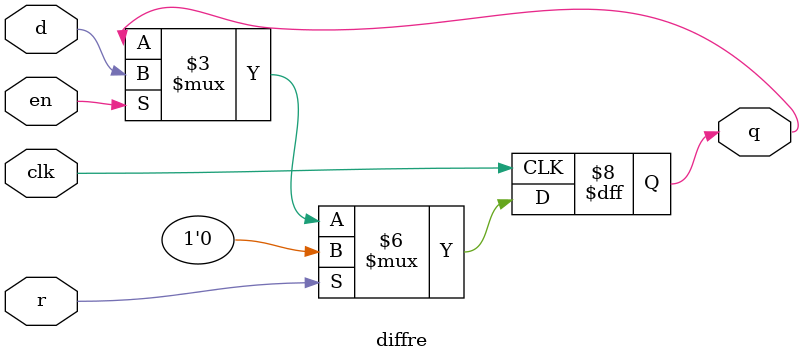
<source format=v>
module diffre 
    #(
        parameter n = 1
    )   
    (
        input clk,
        input r,
        input en,
        input [n - 1 : 0] d,
        output reg [n - 1:0] q
    );
    always@(posedge clk) begin
        if(r) q <= 0;
        else begin
            if (en) q <= d;
            else q <= q;
        end
    end
endmodule
</source>
